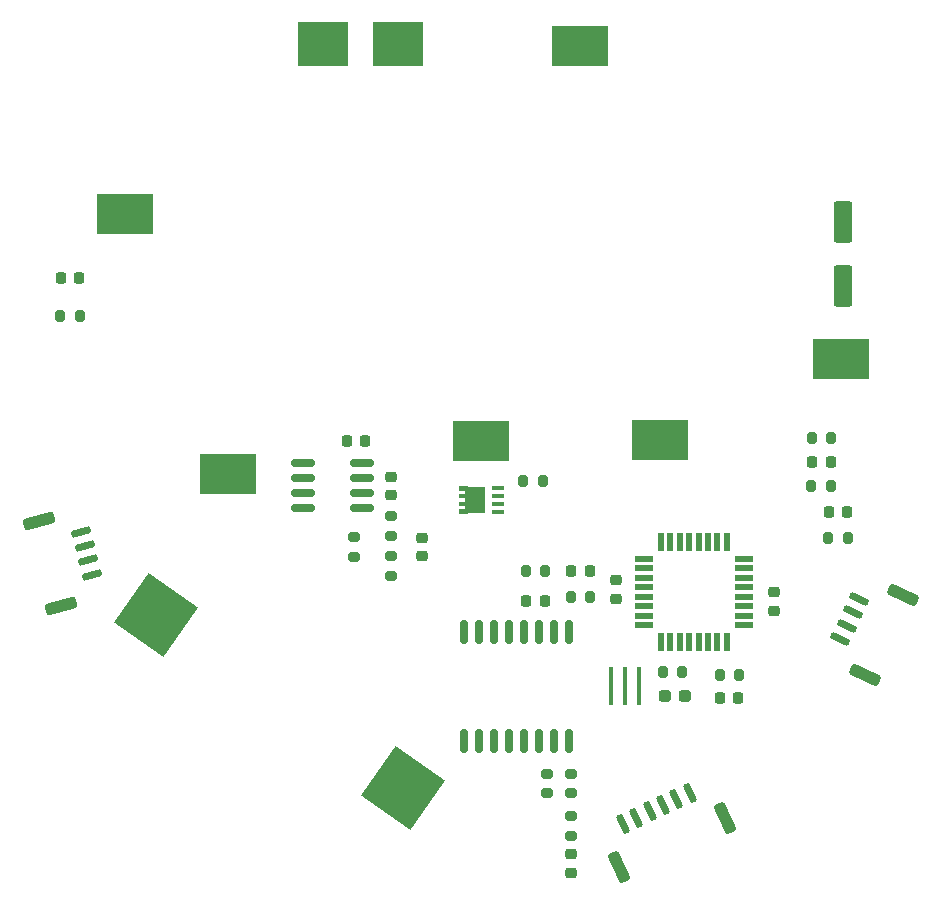
<source format=gtp>
%TF.GenerationSoftware,KiCad,Pcbnew,9.0.0*%
%TF.CreationDate,2025-06-29T18:37:43-04:00*%
%TF.ProjectId,darksky-porch-light,6461726b-736b-4792-9d70-6f7263682d6c,rev?*%
%TF.SameCoordinates,Original*%
%TF.FileFunction,Paste,Top*%
%TF.FilePolarity,Positive*%
%FSLAX46Y46*%
G04 Gerber Fmt 4.6, Leading zero omitted, Abs format (unit mm)*
G04 Created by KiCad (PCBNEW 9.0.0) date 2025-06-29 18:37:43*
%MOMM*%
%LPD*%
G01*
G04 APERTURE LIST*
G04 Aperture macros list*
%AMRoundRect*
0 Rectangle with rounded corners*
0 $1 Rounding radius*
0 $2 $3 $4 $5 $6 $7 $8 $9 X,Y pos of 4 corners*
0 Add a 4 corners polygon primitive as box body*
4,1,4,$2,$3,$4,$5,$6,$7,$8,$9,$2,$3,0*
0 Add four circle primitives for the rounded corners*
1,1,$1+$1,$2,$3*
1,1,$1+$1,$4,$5*
1,1,$1+$1,$6,$7*
1,1,$1+$1,$8,$9*
0 Add four rect primitives between the rounded corners*
20,1,$1+$1,$2,$3,$4,$5,0*
20,1,$1+$1,$4,$5,$6,$7,0*
20,1,$1+$1,$6,$7,$8,$9,0*
20,1,$1+$1,$8,$9,$2,$3,0*%
%AMRotRect*
0 Rectangle, with rotation*
0 The origin of the aperture is its center*
0 $1 length*
0 $2 width*
0 $3 Rotation angle, in degrees counterclockwise*
0 Add horizontal line*
21,1,$1,$2,0,0,$3*%
%AMFreePoly0*
4,1,21,1.372500,0.787500,0.862500,0.787500,0.862500,0.532500,1.372500,0.532500,1.372500,0.127500,0.862500,0.127500,0.862500,-0.127500,1.372500,-0.127500,1.372500,-0.532500,0.862500,-0.532500,0.862500,-0.787500,1.372500,-0.787500,1.372500,-1.195000,0.612500,-1.195000,0.612500,-1.117500,-0.862500,-1.117500,-0.862500,1.117500,0.612500,1.117500,0.612500,1.195000,1.372500,1.195000,
1.372500,0.787500,1.372500,0.787500,$1*%
G04 Aperture macros list end*
%ADD10RoundRect,0.150000X0.159887X-0.697808X0.431779X-0.571023X-0.159887X0.697808X-0.431779X0.571023X0*%
%ADD11RoundRect,0.250000X0.238303X-1.102593X0.691457X-0.891284X-0.238303X1.102593X-0.691457X0.891284X0*%
%ADD12RoundRect,0.225000X0.225000X0.250000X-0.225000X0.250000X-0.225000X-0.250000X0.225000X-0.250000X0*%
%ADD13RoundRect,0.200000X-0.200000X-0.275000X0.200000X-0.275000X0.200000X0.275000X-0.200000X0.275000X0*%
%ADD14RoundRect,0.225000X-0.250000X0.225000X-0.250000X-0.225000X0.250000X-0.225000X0.250000X0.225000X0*%
%ADD15R,4.699000X3.429000*%
%ADD16RoundRect,0.200000X-0.275000X0.200000X-0.275000X-0.200000X0.275000X-0.200000X0.275000X0.200000X0*%
%ADD17R,1.600000X0.550000*%
%ADD18R,0.550000X1.600000*%
%ADD19RoundRect,0.237500X-0.287500X-0.237500X0.287500X-0.237500X0.287500X0.237500X-0.287500X0.237500X0*%
%ADD20RoundRect,0.150000X-0.825000X-0.150000X0.825000X-0.150000X0.825000X0.150000X-0.825000X0.150000X0*%
%ADD21RoundRect,0.200000X0.275000X-0.200000X0.275000X0.200000X-0.275000X0.200000X-0.275000X-0.200000X0*%
%ADD22RoundRect,0.225000X-0.225000X-0.250000X0.225000X-0.250000X0.225000X0.250000X-0.225000X0.250000X0*%
%ADD23RoundRect,0.150000X0.571023X-0.431779X0.697808X-0.159887X-0.571023X0.431779X-0.697808X0.159887X0*%
%ADD24RoundRect,0.250000X0.891284X-0.691457X1.102593X-0.238303X-0.891284X0.691457X-1.102593X0.238303X0*%
%ADD25RoundRect,0.200000X0.200000X0.275000X-0.200000X0.275000X-0.200000X-0.275000X0.200000X-0.275000X0*%
%ADD26RoundRect,0.250000X-0.550000X1.500000X-0.550000X-1.500000X0.550000X-1.500000X0.550000X1.500000X0*%
%ADD27RoundRect,0.150000X-0.150000X0.875000X-0.150000X-0.875000X0.150000X-0.875000X0.150000X0.875000X0*%
%ADD28R,0.990000X0.405000*%
%ADD29FreePoly0,180.000000*%
%ADD30R,4.240000X3.810000*%
%ADD31RotRect,5.100000X5.100000X145.000000*%
%ADD32R,0.400000X3.200000*%
%ADD33RoundRect,0.150000X-0.714971X-0.036284X-0.637325X-0.326062X0.714971X0.036284X0.637325X0.326062X0*%
%ADD34RoundRect,0.250000X-1.127223X-0.043219X-0.997814X-0.526182X1.127223X0.043219X0.997814X0.526182X0*%
%ADD35RoundRect,0.225000X0.250000X-0.225000X0.250000X0.225000X-0.250000X0.225000X-0.250000X-0.225000X0*%
G04 APERTURE END LIST*
D10*
%TO.C,J3*%
X166985944Y-127444013D03*
X168118829Y-126915740D03*
X169251714Y-126387467D03*
X170384599Y-125859194D03*
X171517483Y-125330921D03*
X172650368Y-124802649D03*
D11*
X166661653Y-131126040D03*
X175679416Y-126920990D03*
%TD*%
D12*
%TO.C,C8*%
X145175000Y-95000000D03*
X143625000Y-95000000D03*
%TD*%
D13*
%TO.C,R9*%
X182975000Y-94800000D03*
X184625000Y-94800000D03*
%TD*%
D14*
%TO.C,C2*%
X166400000Y-106825000D03*
X166400000Y-108375000D03*
%TD*%
D15*
%TO.C,TP6*%
X133600000Y-97800000D03*
%TD*%
D14*
%TO.C,C9*%
X147400000Y-98025000D03*
X147400000Y-99575000D03*
%TD*%
D16*
%TO.C,R14*%
X144200000Y-103175000D03*
X144200000Y-104825000D03*
%TD*%
D13*
%TO.C,R6*%
X170375000Y-114600000D03*
X172025000Y-114600000D03*
%TD*%
D15*
%TO.C,TP3*%
X124800000Y-75800000D03*
%TD*%
D17*
%TO.C,U2*%
X168750000Y-105000000D03*
X168750000Y-105800000D03*
X168750000Y-106600000D03*
X168750000Y-107400000D03*
X168750000Y-108200000D03*
X168750000Y-109000000D03*
X168750000Y-109800000D03*
X168750000Y-110600000D03*
D18*
X170200000Y-112050000D03*
X171000000Y-112050000D03*
X171800000Y-112050000D03*
X172600000Y-112050000D03*
X173400000Y-112050000D03*
X174200000Y-112050000D03*
X175000000Y-112050000D03*
X175800000Y-112050000D03*
D17*
X177250000Y-110600000D03*
X177250000Y-109800000D03*
X177250000Y-109000000D03*
X177250000Y-108200000D03*
X177250000Y-107400000D03*
X177250000Y-106600000D03*
X177250000Y-105800000D03*
X177250000Y-105000000D03*
D18*
X175800000Y-103550000D03*
X175000000Y-103550000D03*
X174200000Y-103550000D03*
X173400000Y-103550000D03*
X172600000Y-103550000D03*
X171800000Y-103550000D03*
X171000000Y-103550000D03*
X170200000Y-103550000D03*
%TD*%
D14*
%TO.C,C4*%
X162600000Y-130025000D03*
X162600000Y-131575000D03*
%TD*%
D19*
%TO.C,D13*%
X170525000Y-116600000D03*
X172275000Y-116600000D03*
%TD*%
D20*
%TO.C,U3*%
X139925000Y-96895000D03*
X139925000Y-98165000D03*
X139925000Y-99435000D03*
X139925000Y-100705000D03*
X144875000Y-100705000D03*
X144875000Y-99435000D03*
X144875000Y-98165000D03*
X144875000Y-96895000D03*
%TD*%
D12*
%TO.C,C1*%
X160375000Y-108600000D03*
X158825000Y-108600000D03*
%TD*%
D16*
%TO.C,R15*%
X147400000Y-104775000D03*
X147400000Y-106425000D03*
%TD*%
D14*
%TO.C,C7*%
X150000000Y-103225000D03*
X150000000Y-104775000D03*
%TD*%
D21*
%TO.C,R2*%
X162565000Y-124835000D03*
X162565000Y-123185000D03*
%TD*%
D22*
%TO.C,C14*%
X162625000Y-106000000D03*
X164175000Y-106000000D03*
%TD*%
%TO.C,C12*%
X119425000Y-81200000D03*
X120975000Y-81200000D03*
%TD*%
D23*
%TO.C,J2*%
X185415181Y-111798654D03*
X185943454Y-110665769D03*
X186471727Y-109532885D03*
X187000000Y-108400000D03*
D24*
X187533523Y-114827702D03*
X190682028Y-108075708D03*
%TD*%
D22*
%TO.C,C13*%
X183025000Y-96800000D03*
X184575000Y-96800000D03*
%TD*%
D25*
%TO.C,R17*%
X160225000Y-98400000D03*
X158575000Y-98400000D03*
%TD*%
D12*
%TO.C,C11*%
X186000000Y-101000000D03*
X184450000Y-101000000D03*
%TD*%
D15*
%TO.C,TP1*%
X155000000Y-95000000D03*
%TD*%
D13*
%TO.C,TH1*%
X182950000Y-98800000D03*
X184600000Y-98800000D03*
%TD*%
D26*
%TO.C,C6*%
X185600000Y-76500000D03*
X185600000Y-81900000D03*
%TD*%
D27*
%TO.C,U1*%
X162445000Y-111150000D03*
X161175000Y-111150000D03*
X159905000Y-111150000D03*
X158635000Y-111150000D03*
X157365000Y-111150000D03*
X156095000Y-111150000D03*
X154825000Y-111150000D03*
X153555000Y-111150000D03*
X153555000Y-120450000D03*
X154825000Y-120450000D03*
X156095000Y-120450000D03*
X157365000Y-120450000D03*
X158635000Y-120450000D03*
X159905000Y-120450000D03*
X161175000Y-120450000D03*
X162445000Y-120450000D03*
%TD*%
D13*
%TO.C,R10*%
X119375000Y-84400000D03*
X121025000Y-84400000D03*
%TD*%
%TO.C,R13*%
X175175000Y-114800000D03*
X176825000Y-114800000D03*
%TD*%
D21*
%TO.C,R1*%
X160600000Y-124825000D03*
X160600000Y-123175000D03*
%TD*%
D28*
%TO.C,Q1*%
X156435000Y-100990000D03*
X156435000Y-100330000D03*
X156435000Y-99670000D03*
X156435000Y-99010000D03*
D29*
X154442500Y-100000000D03*
%TD*%
D15*
%TO.C,TP2*%
X163400000Y-61600000D03*
%TD*%
D12*
%TO.C,C5*%
X176775000Y-116800000D03*
X175225000Y-116800000D03*
%TD*%
D13*
%TO.C,TH2*%
X162575000Y-108200000D03*
X164225000Y-108200000D03*
%TD*%
D25*
%TO.C,R12*%
X160425000Y-106000000D03*
X158775000Y-106000000D03*
%TD*%
D30*
%TO.C,F1*%
X147985000Y-61400000D03*
X141615000Y-61400000D03*
%TD*%
D31*
%TO.C,BT1*%
X148400000Y-124400000D03*
X127429708Y-109716442D03*
%TD*%
D25*
%TO.C,R11*%
X186050000Y-103200000D03*
X184400000Y-103200000D03*
%TD*%
D15*
%TO.C,TP5*%
X185500000Y-88100000D03*
%TD*%
D32*
%TO.C,Y1*%
X166000000Y-115800000D03*
X167200000Y-115800000D03*
X168400000Y-115800000D03*
%TD*%
D33*
%TO.C,J5*%
X121101677Y-102710074D03*
X121425200Y-103917481D03*
X121748725Y-105124889D03*
X122072248Y-106332296D03*
D34*
X117531899Y-101751332D03*
X119460101Y-108947479D03*
%TD*%
D21*
%TO.C,R18*%
X147400000Y-103025000D03*
X147400000Y-101375000D03*
%TD*%
D15*
%TO.C,TP4*%
X170100000Y-94900000D03*
%TD*%
D35*
%TO.C,C3*%
X179800000Y-109375000D03*
X179800000Y-107825000D03*
%TD*%
D21*
%TO.C,R5*%
X162600000Y-128425000D03*
X162600000Y-126775000D03*
%TD*%
M02*

</source>
